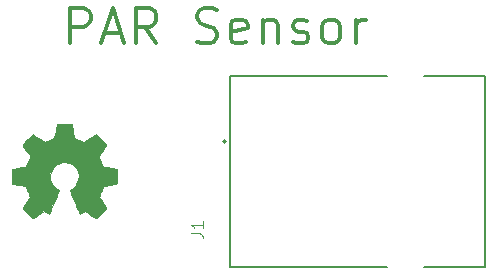
<source format=gbr>
%TF.GenerationSoftware,KiCad,Pcbnew,(5.1.8-0-10_14)*%
%TF.CreationDate,2021-03-11T09:36:11+11:00*%
%TF.ProjectId,Sensor,53656e73-6f72-42e6-9b69-6361645f7063,rev?*%
%TF.SameCoordinates,Original*%
%TF.FileFunction,Legend,Top*%
%TF.FilePolarity,Positive*%
%FSLAX46Y46*%
G04 Gerber Fmt 4.6, Leading zero omitted, Abs format (unit mm)*
G04 Created by KiCad (PCBNEW (5.1.8-0-10_14)) date 2021-03-11 09:36:11*
%MOMM*%
%LPD*%
G01*
G04 APERTURE LIST*
%ADD10C,0.300000*%
%ADD11C,0.010000*%
%ADD12C,0.127000*%
%ADD13C,0.200000*%
%ADD14C,0.015000*%
G04 APERTURE END LIST*
D10*
X198514285Y-72757142D02*
X198514285Y-69757142D01*
X199657142Y-69757142D01*
X199942857Y-69900000D01*
X200085714Y-70042857D01*
X200228571Y-70328571D01*
X200228571Y-70757142D01*
X200085714Y-71042857D01*
X199942857Y-71185714D01*
X199657142Y-71328571D01*
X198514285Y-71328571D01*
X201371428Y-71900000D02*
X202800000Y-71900000D01*
X201085714Y-72757142D02*
X202085714Y-69757142D01*
X203085714Y-72757142D01*
X205800000Y-72757142D02*
X204800000Y-71328571D01*
X204085714Y-72757142D02*
X204085714Y-69757142D01*
X205228571Y-69757142D01*
X205514285Y-69900000D01*
X205657142Y-70042857D01*
X205800000Y-70328571D01*
X205800000Y-70757142D01*
X205657142Y-71042857D01*
X205514285Y-71185714D01*
X205228571Y-71328571D01*
X204085714Y-71328571D01*
X209228571Y-72614285D02*
X209657142Y-72757142D01*
X210371428Y-72757142D01*
X210657142Y-72614285D01*
X210800000Y-72471428D01*
X210942857Y-72185714D01*
X210942857Y-71900000D01*
X210800000Y-71614285D01*
X210657142Y-71471428D01*
X210371428Y-71328571D01*
X209800000Y-71185714D01*
X209514285Y-71042857D01*
X209371428Y-70900000D01*
X209228571Y-70614285D01*
X209228571Y-70328571D01*
X209371428Y-70042857D01*
X209514285Y-69900000D01*
X209800000Y-69757142D01*
X210514285Y-69757142D01*
X210942857Y-69900000D01*
X213371428Y-72614285D02*
X213085714Y-72757142D01*
X212514285Y-72757142D01*
X212228571Y-72614285D01*
X212085714Y-72328571D01*
X212085714Y-71185714D01*
X212228571Y-70900000D01*
X212514285Y-70757142D01*
X213085714Y-70757142D01*
X213371428Y-70900000D01*
X213514285Y-71185714D01*
X213514285Y-71471428D01*
X212085714Y-71757142D01*
X214800000Y-70757142D02*
X214800000Y-72757142D01*
X214800000Y-71042857D02*
X214942857Y-70900000D01*
X215228571Y-70757142D01*
X215657142Y-70757142D01*
X215942857Y-70900000D01*
X216085714Y-71185714D01*
X216085714Y-72757142D01*
X217371428Y-72614285D02*
X217657142Y-72757142D01*
X218228571Y-72757142D01*
X218514285Y-72614285D01*
X218657142Y-72328571D01*
X218657142Y-72185714D01*
X218514285Y-71900000D01*
X218228571Y-71757142D01*
X217800000Y-71757142D01*
X217514285Y-71614285D01*
X217371428Y-71328571D01*
X217371428Y-71185714D01*
X217514285Y-70900000D01*
X217800000Y-70757142D01*
X218228571Y-70757142D01*
X218514285Y-70900000D01*
X220371428Y-72757142D02*
X220085714Y-72614285D01*
X219942857Y-72471428D01*
X219800000Y-72185714D01*
X219800000Y-71328571D01*
X219942857Y-71042857D01*
X220085714Y-70900000D01*
X220371428Y-70757142D01*
X220800000Y-70757142D01*
X221085714Y-70900000D01*
X221228571Y-71042857D01*
X221371428Y-71328571D01*
X221371428Y-72185714D01*
X221228571Y-72471428D01*
X221085714Y-72614285D01*
X220800000Y-72757142D01*
X220371428Y-72757142D01*
X222657142Y-72757142D02*
X222657142Y-70757142D01*
X222657142Y-71328571D02*
X222800000Y-71042857D01*
X222942857Y-70900000D01*
X223228571Y-70757142D01*
X223514285Y-70757142D01*
D11*
%TO.C,REF\u002A\u002A*%
G36*
X198746536Y-80200427D02*
G01*
X198859118Y-80797618D01*
X199274531Y-80968865D01*
X199689945Y-81140112D01*
X200188302Y-80801233D01*
X200327869Y-80706877D01*
X200454029Y-80622630D01*
X200560896Y-80552338D01*
X200642583Y-80499847D01*
X200693202Y-80469004D01*
X200706987Y-80462353D01*
X200731821Y-80479458D01*
X200784889Y-80526744D01*
X200860241Y-80598172D01*
X200951930Y-80687700D01*
X201054008Y-80789289D01*
X201160527Y-80896898D01*
X201265537Y-81004487D01*
X201363092Y-81106015D01*
X201447243Y-81195441D01*
X201512041Y-81266726D01*
X201551538Y-81313828D01*
X201560981Y-81329592D01*
X201547392Y-81358653D01*
X201509294Y-81422321D01*
X201450694Y-81514367D01*
X201375598Y-81628564D01*
X201288009Y-81758684D01*
X201237255Y-81832901D01*
X201144746Y-81968422D01*
X201062541Y-82090716D01*
X200994631Y-82193695D01*
X200945001Y-82271273D01*
X200917641Y-82317361D01*
X200913530Y-82327047D01*
X200922850Y-82354574D01*
X200948255Y-82418728D01*
X200985912Y-82510490D01*
X201031987Y-82620839D01*
X201082647Y-82740755D01*
X201134060Y-82861219D01*
X201182390Y-82973209D01*
X201223807Y-83067707D01*
X201254475Y-83135692D01*
X201270562Y-83168143D01*
X201271512Y-83169420D01*
X201296773Y-83175617D01*
X201364046Y-83189440D01*
X201466361Y-83209532D01*
X201596742Y-83234534D01*
X201748217Y-83263086D01*
X201836594Y-83279551D01*
X201998453Y-83310369D01*
X202144650Y-83339694D01*
X202267788Y-83365921D01*
X202360470Y-83387446D01*
X202415302Y-83402665D01*
X202426324Y-83407493D01*
X202437119Y-83440174D01*
X202445830Y-83513985D01*
X202452461Y-83620292D01*
X202457019Y-83750467D01*
X202459510Y-83895876D01*
X202459939Y-84047890D01*
X202458312Y-84197877D01*
X202454636Y-84337206D01*
X202448916Y-84457245D01*
X202441158Y-84549365D01*
X202431369Y-84604932D01*
X202425497Y-84616500D01*
X202390400Y-84630365D01*
X202316029Y-84650188D01*
X202212224Y-84673639D01*
X202088820Y-84698391D01*
X202045742Y-84706398D01*
X201838048Y-84744441D01*
X201673985Y-84775079D01*
X201548131Y-84799529D01*
X201455066Y-84819009D01*
X201389368Y-84834736D01*
X201345618Y-84847928D01*
X201318393Y-84859804D01*
X201302273Y-84871580D01*
X201300018Y-84873908D01*
X201277504Y-84911400D01*
X201243159Y-84984365D01*
X201200412Y-85083867D01*
X201152693Y-85200973D01*
X201103431Y-85326748D01*
X201056056Y-85452257D01*
X201013996Y-85568565D01*
X200980681Y-85666739D01*
X200959542Y-85737843D01*
X200954006Y-85772942D01*
X200954467Y-85774172D01*
X200973224Y-85802861D01*
X201015777Y-85865985D01*
X201077654Y-85956973D01*
X201154383Y-86069255D01*
X201241492Y-86196260D01*
X201266299Y-86232353D01*
X201354753Y-86363203D01*
X201432589Y-86482591D01*
X201495567Y-86583662D01*
X201539446Y-86659559D01*
X201559986Y-86703427D01*
X201560981Y-86708817D01*
X201543723Y-86737144D01*
X201496036Y-86793261D01*
X201424051Y-86871137D01*
X201333898Y-86964740D01*
X201231706Y-87068041D01*
X201123606Y-87175006D01*
X201015729Y-87279606D01*
X200914205Y-87375809D01*
X200825163Y-87457584D01*
X200754734Y-87518900D01*
X200709048Y-87553726D01*
X200696410Y-87559412D01*
X200666992Y-87546020D01*
X200606762Y-87509899D01*
X200525530Y-87457136D01*
X200463031Y-87414667D01*
X200349786Y-87336740D01*
X200215675Y-87244984D01*
X200081156Y-87153375D01*
X200008834Y-87104346D01*
X199764039Y-86938770D01*
X199558551Y-87049875D01*
X199464937Y-87098548D01*
X199385331Y-87136381D01*
X199331468Y-87157958D01*
X199317758Y-87160961D01*
X199301271Y-87138793D01*
X199268746Y-87076149D01*
X199222609Y-86978809D01*
X199165291Y-86852549D01*
X199099217Y-86703150D01*
X199026816Y-86536388D01*
X198950517Y-86358042D01*
X198872747Y-86173891D01*
X198795935Y-85989712D01*
X198722507Y-85811285D01*
X198654893Y-85644387D01*
X198595521Y-85494797D01*
X198546817Y-85368293D01*
X198511211Y-85270654D01*
X198491131Y-85207657D01*
X198487901Y-85186021D01*
X198513497Y-85158424D01*
X198569539Y-85113625D01*
X198644312Y-85060934D01*
X198650588Y-85056765D01*
X198843846Y-84902069D01*
X198999675Y-84721591D01*
X199116725Y-84521102D01*
X199193646Y-84306374D01*
X199229087Y-84083177D01*
X199221698Y-83857281D01*
X199170128Y-83634459D01*
X199073027Y-83420479D01*
X199044459Y-83373664D01*
X198895869Y-83184618D01*
X198720328Y-83032812D01*
X198523911Y-82919034D01*
X198312694Y-82844075D01*
X198092754Y-82808722D01*
X197870164Y-82813767D01*
X197651002Y-82859999D01*
X197441343Y-82948206D01*
X197247262Y-83079179D01*
X197187227Y-83132337D01*
X197034436Y-83298739D01*
X196923098Y-83473912D01*
X196846724Y-83670266D01*
X196804188Y-83864717D01*
X196793687Y-84083342D01*
X196828701Y-84303052D01*
X196905674Y-84516420D01*
X197021048Y-84716022D01*
X197171266Y-84894429D01*
X197352774Y-85044217D01*
X197376628Y-85060006D01*
X197452202Y-85111712D01*
X197509652Y-85156512D01*
X197537118Y-85185117D01*
X197537518Y-85186021D01*
X197531621Y-85216964D01*
X197508246Y-85287191D01*
X197469822Y-85390925D01*
X197418778Y-85522390D01*
X197357543Y-85675807D01*
X197288545Y-85845401D01*
X197214214Y-86025393D01*
X197136979Y-86210008D01*
X197059269Y-86393468D01*
X196983512Y-86569996D01*
X196912138Y-86733814D01*
X196847575Y-86879147D01*
X196792253Y-87000217D01*
X196748601Y-87091247D01*
X196719047Y-87146460D01*
X196707145Y-87160961D01*
X196670778Y-87149669D01*
X196602731Y-87119385D01*
X196514737Y-87075520D01*
X196466351Y-87049875D01*
X196260864Y-86938770D01*
X196016069Y-87104346D01*
X195891107Y-87189170D01*
X195754296Y-87282516D01*
X195626089Y-87370408D01*
X195561872Y-87414667D01*
X195471552Y-87475318D01*
X195395072Y-87523381D01*
X195342408Y-87552770D01*
X195325303Y-87558982D01*
X195300406Y-87542223D01*
X195245306Y-87495436D01*
X195165344Y-87423480D01*
X195065861Y-87331212D01*
X194952201Y-87223490D01*
X194880316Y-87154326D01*
X194754552Y-87030757D01*
X194645864Y-86920234D01*
X194558646Y-86827485D01*
X194497290Y-86757237D01*
X194466192Y-86714220D01*
X194463209Y-86705490D01*
X194477054Y-86672284D01*
X194515313Y-86605142D01*
X194573742Y-86510863D01*
X194648098Y-86396245D01*
X194734136Y-86268083D01*
X194758603Y-86232353D01*
X194847755Y-86102489D01*
X194927739Y-85985569D01*
X194994081Y-85888162D01*
X195042312Y-85816839D01*
X195067958Y-85778170D01*
X195070436Y-85774172D01*
X195066730Y-85743355D01*
X195047062Y-85675599D01*
X195014861Y-85579839D01*
X194973556Y-85465009D01*
X194926576Y-85340044D01*
X194877350Y-85213879D01*
X194829309Y-85095448D01*
X194785882Y-84993685D01*
X194750497Y-84917526D01*
X194726585Y-84875904D01*
X194724885Y-84873908D01*
X194710263Y-84862013D01*
X194685566Y-84850250D01*
X194645373Y-84837401D01*
X194584264Y-84822249D01*
X194496818Y-84803576D01*
X194377613Y-84780165D01*
X194221228Y-84750797D01*
X194022244Y-84714255D01*
X193979161Y-84706398D01*
X193851471Y-84681727D01*
X193740154Y-84657593D01*
X193655046Y-84636324D01*
X193605984Y-84620248D01*
X193599406Y-84616500D01*
X193588565Y-84583273D01*
X193579754Y-84509021D01*
X193572977Y-84402376D01*
X193568241Y-84271967D01*
X193565551Y-84126427D01*
X193564914Y-83974386D01*
X193566335Y-83824476D01*
X193569821Y-83685328D01*
X193575377Y-83565572D01*
X193583009Y-83473841D01*
X193592723Y-83418766D01*
X193598579Y-83407493D01*
X193631181Y-83396123D01*
X193705419Y-83377624D01*
X193813897Y-83353602D01*
X193949218Y-83325662D01*
X194103986Y-83295408D01*
X194188308Y-83279551D01*
X194348297Y-83249644D01*
X194490968Y-83222550D01*
X194609349Y-83199631D01*
X194696466Y-83182243D01*
X194745346Y-83171747D01*
X194753391Y-83169420D01*
X194766988Y-83143186D01*
X194795730Y-83079995D01*
X194835786Y-82988877D01*
X194883325Y-82878857D01*
X194934516Y-82758965D01*
X194985527Y-82638227D01*
X195032527Y-82525671D01*
X195071685Y-82430326D01*
X195099170Y-82361217D01*
X195111150Y-82327374D01*
X195111373Y-82325895D01*
X195097792Y-82299197D01*
X195059716Y-82237760D01*
X195001148Y-82147689D01*
X194926089Y-82035090D01*
X194838541Y-81906070D01*
X194787648Y-81831961D01*
X194694910Y-81696077D01*
X194612542Y-81572709D01*
X194544562Y-81468097D01*
X194494989Y-81388483D01*
X194467843Y-81340107D01*
X194463922Y-81329262D01*
X194480776Y-81304020D01*
X194527369Y-81250124D01*
X194597749Y-81173613D01*
X194685966Y-81080523D01*
X194786066Y-80976895D01*
X194892099Y-80868764D01*
X194998112Y-80762170D01*
X195098153Y-80663150D01*
X195186271Y-80577742D01*
X195256514Y-80511985D01*
X195302929Y-80471916D01*
X195318457Y-80462353D01*
X195343740Y-80475800D01*
X195404212Y-80513575D01*
X195493993Y-80571835D01*
X195607204Y-80646734D01*
X195737964Y-80734425D01*
X195836600Y-80801233D01*
X196334958Y-81140112D01*
X196750371Y-80968865D01*
X197165785Y-80797618D01*
X197278367Y-80200427D01*
X197390950Y-79603235D01*
X198633953Y-79603235D01*
X198746536Y-80200427D01*
G37*
X198746536Y-80200427D02*
X198859118Y-80797618D01*
X199274531Y-80968865D01*
X199689945Y-81140112D01*
X200188302Y-80801233D01*
X200327869Y-80706877D01*
X200454029Y-80622630D01*
X200560896Y-80552338D01*
X200642583Y-80499847D01*
X200693202Y-80469004D01*
X200706987Y-80462353D01*
X200731821Y-80479458D01*
X200784889Y-80526744D01*
X200860241Y-80598172D01*
X200951930Y-80687700D01*
X201054008Y-80789289D01*
X201160527Y-80896898D01*
X201265537Y-81004487D01*
X201363092Y-81106015D01*
X201447243Y-81195441D01*
X201512041Y-81266726D01*
X201551538Y-81313828D01*
X201560981Y-81329592D01*
X201547392Y-81358653D01*
X201509294Y-81422321D01*
X201450694Y-81514367D01*
X201375598Y-81628564D01*
X201288009Y-81758684D01*
X201237255Y-81832901D01*
X201144746Y-81968422D01*
X201062541Y-82090716D01*
X200994631Y-82193695D01*
X200945001Y-82271273D01*
X200917641Y-82317361D01*
X200913530Y-82327047D01*
X200922850Y-82354574D01*
X200948255Y-82418728D01*
X200985912Y-82510490D01*
X201031987Y-82620839D01*
X201082647Y-82740755D01*
X201134060Y-82861219D01*
X201182390Y-82973209D01*
X201223807Y-83067707D01*
X201254475Y-83135692D01*
X201270562Y-83168143D01*
X201271512Y-83169420D01*
X201296773Y-83175617D01*
X201364046Y-83189440D01*
X201466361Y-83209532D01*
X201596742Y-83234534D01*
X201748217Y-83263086D01*
X201836594Y-83279551D01*
X201998453Y-83310369D01*
X202144650Y-83339694D01*
X202267788Y-83365921D01*
X202360470Y-83387446D01*
X202415302Y-83402665D01*
X202426324Y-83407493D01*
X202437119Y-83440174D01*
X202445830Y-83513985D01*
X202452461Y-83620292D01*
X202457019Y-83750467D01*
X202459510Y-83895876D01*
X202459939Y-84047890D01*
X202458312Y-84197877D01*
X202454636Y-84337206D01*
X202448916Y-84457245D01*
X202441158Y-84549365D01*
X202431369Y-84604932D01*
X202425497Y-84616500D01*
X202390400Y-84630365D01*
X202316029Y-84650188D01*
X202212224Y-84673639D01*
X202088820Y-84698391D01*
X202045742Y-84706398D01*
X201838048Y-84744441D01*
X201673985Y-84775079D01*
X201548131Y-84799529D01*
X201455066Y-84819009D01*
X201389368Y-84834736D01*
X201345618Y-84847928D01*
X201318393Y-84859804D01*
X201302273Y-84871580D01*
X201300018Y-84873908D01*
X201277504Y-84911400D01*
X201243159Y-84984365D01*
X201200412Y-85083867D01*
X201152693Y-85200973D01*
X201103431Y-85326748D01*
X201056056Y-85452257D01*
X201013996Y-85568565D01*
X200980681Y-85666739D01*
X200959542Y-85737843D01*
X200954006Y-85772942D01*
X200954467Y-85774172D01*
X200973224Y-85802861D01*
X201015777Y-85865985D01*
X201077654Y-85956973D01*
X201154383Y-86069255D01*
X201241492Y-86196260D01*
X201266299Y-86232353D01*
X201354753Y-86363203D01*
X201432589Y-86482591D01*
X201495567Y-86583662D01*
X201539446Y-86659559D01*
X201559986Y-86703427D01*
X201560981Y-86708817D01*
X201543723Y-86737144D01*
X201496036Y-86793261D01*
X201424051Y-86871137D01*
X201333898Y-86964740D01*
X201231706Y-87068041D01*
X201123606Y-87175006D01*
X201015729Y-87279606D01*
X200914205Y-87375809D01*
X200825163Y-87457584D01*
X200754734Y-87518900D01*
X200709048Y-87553726D01*
X200696410Y-87559412D01*
X200666992Y-87546020D01*
X200606762Y-87509899D01*
X200525530Y-87457136D01*
X200463031Y-87414667D01*
X200349786Y-87336740D01*
X200215675Y-87244984D01*
X200081156Y-87153375D01*
X200008834Y-87104346D01*
X199764039Y-86938770D01*
X199558551Y-87049875D01*
X199464937Y-87098548D01*
X199385331Y-87136381D01*
X199331468Y-87157958D01*
X199317758Y-87160961D01*
X199301271Y-87138793D01*
X199268746Y-87076149D01*
X199222609Y-86978809D01*
X199165291Y-86852549D01*
X199099217Y-86703150D01*
X199026816Y-86536388D01*
X198950517Y-86358042D01*
X198872747Y-86173891D01*
X198795935Y-85989712D01*
X198722507Y-85811285D01*
X198654893Y-85644387D01*
X198595521Y-85494797D01*
X198546817Y-85368293D01*
X198511211Y-85270654D01*
X198491131Y-85207657D01*
X198487901Y-85186021D01*
X198513497Y-85158424D01*
X198569539Y-85113625D01*
X198644312Y-85060934D01*
X198650588Y-85056765D01*
X198843846Y-84902069D01*
X198999675Y-84721591D01*
X199116725Y-84521102D01*
X199193646Y-84306374D01*
X199229087Y-84083177D01*
X199221698Y-83857281D01*
X199170128Y-83634459D01*
X199073027Y-83420479D01*
X199044459Y-83373664D01*
X198895869Y-83184618D01*
X198720328Y-83032812D01*
X198523911Y-82919034D01*
X198312694Y-82844075D01*
X198092754Y-82808722D01*
X197870164Y-82813767D01*
X197651002Y-82859999D01*
X197441343Y-82948206D01*
X197247262Y-83079179D01*
X197187227Y-83132337D01*
X197034436Y-83298739D01*
X196923098Y-83473912D01*
X196846724Y-83670266D01*
X196804188Y-83864717D01*
X196793687Y-84083342D01*
X196828701Y-84303052D01*
X196905674Y-84516420D01*
X197021048Y-84716022D01*
X197171266Y-84894429D01*
X197352774Y-85044217D01*
X197376628Y-85060006D01*
X197452202Y-85111712D01*
X197509652Y-85156512D01*
X197537118Y-85185117D01*
X197537518Y-85186021D01*
X197531621Y-85216964D01*
X197508246Y-85287191D01*
X197469822Y-85390925D01*
X197418778Y-85522390D01*
X197357543Y-85675807D01*
X197288545Y-85845401D01*
X197214214Y-86025393D01*
X197136979Y-86210008D01*
X197059269Y-86393468D01*
X196983512Y-86569996D01*
X196912138Y-86733814D01*
X196847575Y-86879147D01*
X196792253Y-87000217D01*
X196748601Y-87091247D01*
X196719047Y-87146460D01*
X196707145Y-87160961D01*
X196670778Y-87149669D01*
X196602731Y-87119385D01*
X196514737Y-87075520D01*
X196466351Y-87049875D01*
X196260864Y-86938770D01*
X196016069Y-87104346D01*
X195891107Y-87189170D01*
X195754296Y-87282516D01*
X195626089Y-87370408D01*
X195561872Y-87414667D01*
X195471552Y-87475318D01*
X195395072Y-87523381D01*
X195342408Y-87552770D01*
X195325303Y-87558982D01*
X195300406Y-87542223D01*
X195245306Y-87495436D01*
X195165344Y-87423480D01*
X195065861Y-87331212D01*
X194952201Y-87223490D01*
X194880316Y-87154326D01*
X194754552Y-87030757D01*
X194645864Y-86920234D01*
X194558646Y-86827485D01*
X194497290Y-86757237D01*
X194466192Y-86714220D01*
X194463209Y-86705490D01*
X194477054Y-86672284D01*
X194515313Y-86605142D01*
X194573742Y-86510863D01*
X194648098Y-86396245D01*
X194734136Y-86268083D01*
X194758603Y-86232353D01*
X194847755Y-86102489D01*
X194927739Y-85985569D01*
X194994081Y-85888162D01*
X195042312Y-85816839D01*
X195067958Y-85778170D01*
X195070436Y-85774172D01*
X195066730Y-85743355D01*
X195047062Y-85675599D01*
X195014861Y-85579839D01*
X194973556Y-85465009D01*
X194926576Y-85340044D01*
X194877350Y-85213879D01*
X194829309Y-85095448D01*
X194785882Y-84993685D01*
X194750497Y-84917526D01*
X194726585Y-84875904D01*
X194724885Y-84873908D01*
X194710263Y-84862013D01*
X194685566Y-84850250D01*
X194645373Y-84837401D01*
X194584264Y-84822249D01*
X194496818Y-84803576D01*
X194377613Y-84780165D01*
X194221228Y-84750797D01*
X194022244Y-84714255D01*
X193979161Y-84706398D01*
X193851471Y-84681727D01*
X193740154Y-84657593D01*
X193655046Y-84636324D01*
X193605984Y-84620248D01*
X193599406Y-84616500D01*
X193588565Y-84583273D01*
X193579754Y-84509021D01*
X193572977Y-84402376D01*
X193568241Y-84271967D01*
X193565551Y-84126427D01*
X193564914Y-83974386D01*
X193566335Y-83824476D01*
X193569821Y-83685328D01*
X193575377Y-83565572D01*
X193583009Y-83473841D01*
X193592723Y-83418766D01*
X193598579Y-83407493D01*
X193631181Y-83396123D01*
X193705419Y-83377624D01*
X193813897Y-83353602D01*
X193949218Y-83325662D01*
X194103986Y-83295408D01*
X194188308Y-83279551D01*
X194348297Y-83249644D01*
X194490968Y-83222550D01*
X194609349Y-83199631D01*
X194696466Y-83182243D01*
X194745346Y-83171747D01*
X194753391Y-83169420D01*
X194766988Y-83143186D01*
X194795730Y-83079995D01*
X194835786Y-82988877D01*
X194883325Y-82878857D01*
X194934516Y-82758965D01*
X194985527Y-82638227D01*
X195032527Y-82525671D01*
X195071685Y-82430326D01*
X195099170Y-82361217D01*
X195111150Y-82327374D01*
X195111373Y-82325895D01*
X195097792Y-82299197D01*
X195059716Y-82237760D01*
X195001148Y-82147689D01*
X194926089Y-82035090D01*
X194838541Y-81906070D01*
X194787648Y-81831961D01*
X194694910Y-81696077D01*
X194612542Y-81572709D01*
X194544562Y-81468097D01*
X194494989Y-81388483D01*
X194467843Y-81340107D01*
X194463922Y-81329262D01*
X194480776Y-81304020D01*
X194527369Y-81250124D01*
X194597749Y-81173613D01*
X194685966Y-81080523D01*
X194786066Y-80976895D01*
X194892099Y-80868764D01*
X194998112Y-80762170D01*
X195098153Y-80663150D01*
X195186271Y-80577742D01*
X195256514Y-80511985D01*
X195302929Y-80471916D01*
X195318457Y-80462353D01*
X195343740Y-80475800D01*
X195404212Y-80513575D01*
X195493993Y-80571835D01*
X195607204Y-80646734D01*
X195737964Y-80734425D01*
X195836600Y-80801233D01*
X196334958Y-81140112D01*
X196750371Y-80968865D01*
X197165785Y-80797618D01*
X197278367Y-80200427D01*
X197390950Y-79603235D01*
X198633953Y-79603235D01*
X198746536Y-80200427D01*
D12*
%TO.C,J1*%
X225325000Y-91665000D02*
X212050000Y-91665000D01*
X233640000Y-91665000D02*
X228490000Y-91665000D01*
X233640000Y-75535000D02*
X233640000Y-91665000D01*
X228490000Y-75535000D02*
X233640000Y-75535000D01*
X212050000Y-75535000D02*
X225325000Y-75535000D01*
X212050000Y-91665000D02*
X212050000Y-75535000D01*
D13*
X211650000Y-81065000D02*
G75*
G03*
X211650000Y-81065000I-100000J0D01*
G01*
D14*
X208717380Y-88823333D02*
X209431666Y-88823333D01*
X209574523Y-88870952D01*
X209669761Y-88966190D01*
X209717380Y-89109047D01*
X209717380Y-89204285D01*
X209717380Y-87823333D02*
X209717380Y-88394761D01*
X209717380Y-88109047D02*
X208717380Y-88109047D01*
X208860238Y-88204285D01*
X208955476Y-88299523D01*
X209003095Y-88394761D01*
%TD*%
M02*

</source>
